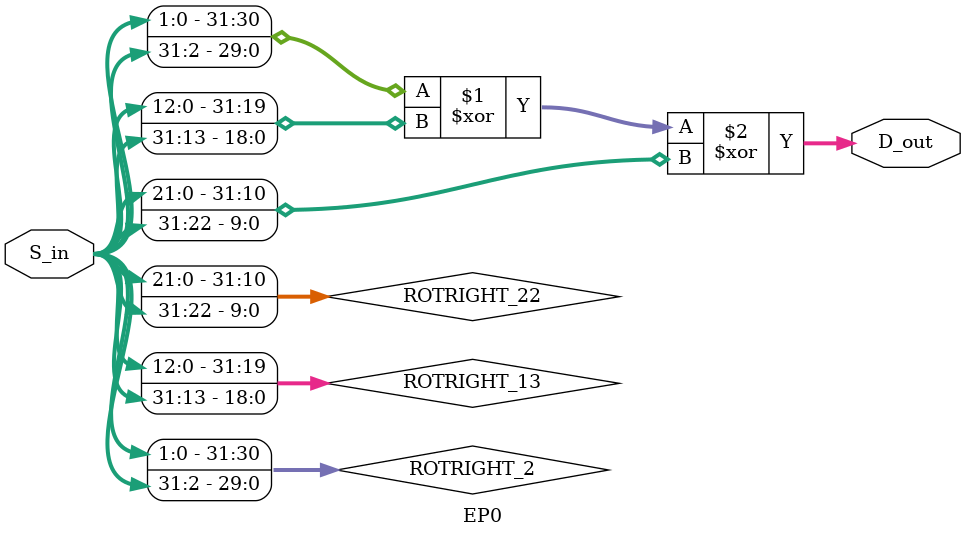
<source format=v>
module EP0(
    input wire [31:0] 	S_in,
    output wire [31:0] 	D_out
    );
    
    wire [31:0]			ROTRIGHT_2;
    wire [31:0]			ROTRIGHT_13;
    wire [31:0]			ROTRIGHT_22;
    
    // Error: Incorrect rotation, should rotate right by 2
    // assign ROTRIGHT_2	= {S_in[2:0],S_in[31:3]};
    
    // Fixed:
    assign ROTRIGHT_2	= {S_in[1:0],S_in[31:2]};
    
    assign ROTRIGHT_13	= {S_in[12:0],S_in[31:13]};
    
    // Error: Incorrect rotation, should rotate right by 22
    // assign ROTRIGHT_22	= {S_in[21:0],S_in[31:22]};
    
    // Fixed:
    assign ROTRIGHT_22	= {S_in[21:0],S_in[31:22]};
     
    assign D_out = ROTRIGHT_2 ^ ROTRIGHT_13 ^ ROTRIGHT_22; 
    
endmodule
</source>
